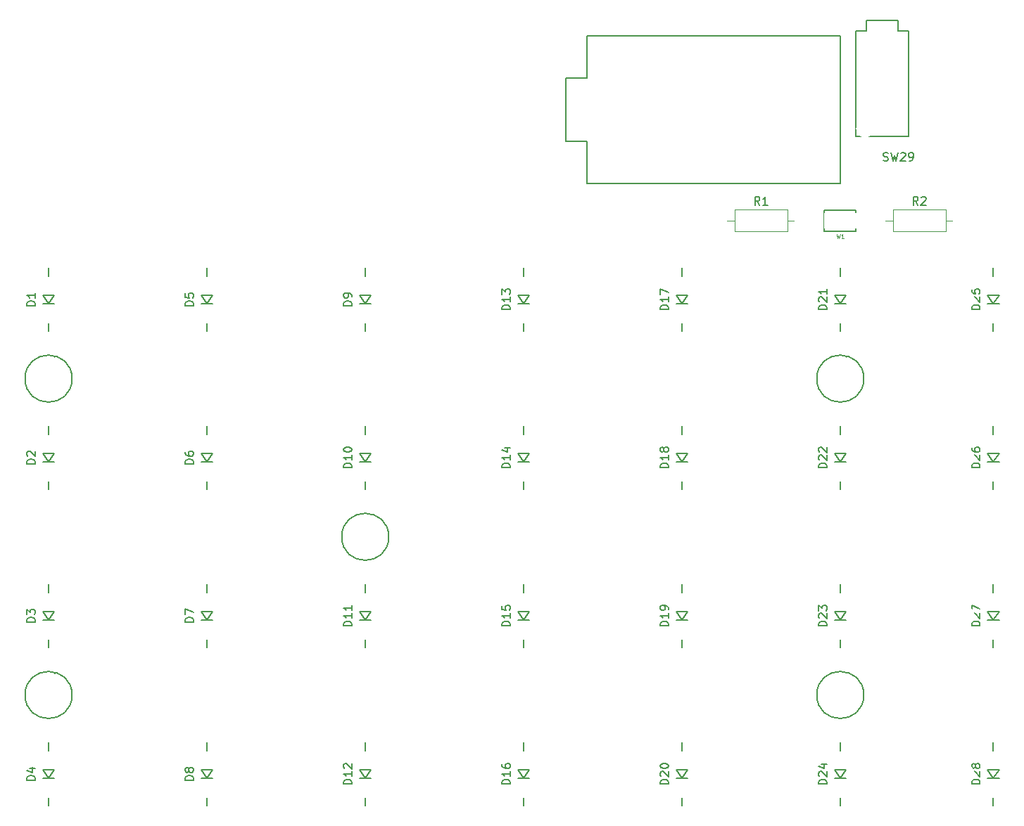
<source format=gto>
G04 #@! TF.FileFunction,Legend,Top*
%FSLAX46Y46*%
G04 Gerber Fmt 4.6, Leading zero omitted, Abs format (unit mm)*
G04 Created by KiCad (PCBNEW 4.0.7-e2-6376~58~ubuntu16.04.1) date Mon Jan 15 04:04:14 2018*
%MOMM*%
%LPD*%
G01*
G04 APERTURE LIST*
%ADD10C,0.100000*%
%ADD11C,0.120000*%
%ADD12C,0.150000*%
%ADD13C,2.000000*%
%ADD14O,2.000000X2.000000*%
%ADD15C,2.300000*%
%ADD16C,1.600000*%
%ADD17C,3.000000*%
%ADD18C,2.400000*%
%ADD19C,4.387800*%
%ADD20C,2.101800*%
%ADD21C,1.924000*%
%ADD22C,5.400000*%
%ADD23R,2.000000X2.000000*%
%ADD24R,1.924000X1.924000*%
%ADD25C,1.390600*%
%ADD26C,2.152600*%
%ADD27R,1.600000X2.000000*%
G04 APERTURE END LIST*
D10*
D11*
X176495000Y-62825000D02*
X176495000Y-65445000D01*
X176495000Y-65445000D02*
X182915000Y-65445000D01*
X182915000Y-65445000D02*
X182915000Y-62825000D01*
X182915000Y-62825000D02*
X176495000Y-62825000D01*
X175605000Y-64135000D02*
X176495000Y-64135000D01*
X183805000Y-64135000D02*
X182915000Y-64135000D01*
X195545000Y-62825000D02*
X195545000Y-65445000D01*
X195545000Y-65445000D02*
X201965000Y-65445000D01*
X201965000Y-65445000D02*
X201965000Y-62825000D01*
X201965000Y-62825000D02*
X195545000Y-62825000D01*
X194655000Y-64135000D02*
X195545000Y-64135000D01*
X202855000Y-64135000D02*
X201965000Y-64135000D01*
D12*
X134908427Y-102235000D02*
G75*
G03X134908427Y-102235000I-2828427J0D01*
G01*
X192058427Y-83185000D02*
G75*
G03X192058427Y-83185000I-2828427J0D01*
G01*
X158750000Y-59690000D02*
X189230000Y-59690000D01*
X158750000Y-59690000D02*
X158750000Y-54610000D01*
X158750000Y-54610000D02*
X156210000Y-54610000D01*
X156210000Y-54610000D02*
X156210000Y-46990000D01*
X156210000Y-46990000D02*
X158750000Y-46990000D01*
X158750000Y-46990000D02*
X158750000Y-41910000D01*
X158750000Y-41910000D02*
X189230000Y-41910000D01*
X189230000Y-41910000D02*
X189230000Y-59690000D01*
X192058427Y-121285000D02*
G75*
G03X192058427Y-121285000I-2828427J0D01*
G01*
X96808427Y-83185000D02*
G75*
G03X96808427Y-83185000I-2828427J0D01*
G01*
X96808427Y-121285000D02*
G75*
G03X96808427Y-121285000I-2828427J0D01*
G01*
X187325000Y-62865000D02*
X187325000Y-65405000D01*
X187325000Y-65405000D02*
X191135000Y-65405000D01*
X191135000Y-65405000D02*
X191135000Y-62865000D01*
X191135000Y-62865000D02*
X187325000Y-62865000D01*
X191135000Y-41275000D02*
X191135000Y-53975000D01*
X191135000Y-53975000D02*
X197485000Y-53975000D01*
X197485000Y-53975000D02*
X197485000Y-41275000D01*
X197485000Y-41275000D02*
X196215000Y-41275000D01*
X196215000Y-41275000D02*
X196215000Y-40005000D01*
X196215000Y-40005000D02*
X192405000Y-40005000D01*
X192405000Y-40005000D02*
X192405000Y-41275000D01*
X192405000Y-41275000D02*
X191135000Y-41275000D01*
X207645000Y-131330000D02*
X206945000Y-130290000D01*
X206945000Y-130290000D02*
X208345000Y-130290000D01*
X208345000Y-130290000D02*
X207645000Y-131330000D01*
X208345000Y-131330000D02*
X206945000Y-131330000D01*
X207645000Y-127970000D02*
X207645000Y-127000000D01*
X207645000Y-134620000D02*
X207645000Y-133650000D01*
X207645000Y-112280000D02*
X206945000Y-111240000D01*
X206945000Y-111240000D02*
X208345000Y-111240000D01*
X208345000Y-111240000D02*
X207645000Y-112280000D01*
X208345000Y-112280000D02*
X206945000Y-112280000D01*
X207645000Y-108920000D02*
X207645000Y-107950000D01*
X207645000Y-115570000D02*
X207645000Y-114600000D01*
X207645000Y-93230000D02*
X206945000Y-92190000D01*
X206945000Y-92190000D02*
X208345000Y-92190000D01*
X208345000Y-92190000D02*
X207645000Y-93230000D01*
X208345000Y-93230000D02*
X206945000Y-93230000D01*
X207645000Y-89870000D02*
X207645000Y-88900000D01*
X207645000Y-96520000D02*
X207645000Y-95550000D01*
X207645000Y-74180000D02*
X206945000Y-73140000D01*
X206945000Y-73140000D02*
X208345000Y-73140000D01*
X208345000Y-73140000D02*
X207645000Y-74180000D01*
X208345000Y-74180000D02*
X206945000Y-74180000D01*
X207645000Y-70820000D02*
X207645000Y-69850000D01*
X207645000Y-77470000D02*
X207645000Y-76500000D01*
X189230000Y-131330000D02*
X188530000Y-130290000D01*
X188530000Y-130290000D02*
X189930000Y-130290000D01*
X189930000Y-130290000D02*
X189230000Y-131330000D01*
X189930000Y-131330000D02*
X188530000Y-131330000D01*
X189230000Y-127970000D02*
X189230000Y-127000000D01*
X189230000Y-134620000D02*
X189230000Y-133650000D01*
X189230000Y-112280000D02*
X188530000Y-111240000D01*
X188530000Y-111240000D02*
X189930000Y-111240000D01*
X189930000Y-111240000D02*
X189230000Y-112280000D01*
X189930000Y-112280000D02*
X188530000Y-112280000D01*
X189230000Y-108920000D02*
X189230000Y-107950000D01*
X189230000Y-115570000D02*
X189230000Y-114600000D01*
X189230000Y-93230000D02*
X188530000Y-92190000D01*
X188530000Y-92190000D02*
X189930000Y-92190000D01*
X189930000Y-92190000D02*
X189230000Y-93230000D01*
X189930000Y-93230000D02*
X188530000Y-93230000D01*
X189230000Y-89870000D02*
X189230000Y-88900000D01*
X189230000Y-96520000D02*
X189230000Y-95550000D01*
X189230000Y-74180000D02*
X188530000Y-73140000D01*
X188530000Y-73140000D02*
X189930000Y-73140000D01*
X189930000Y-73140000D02*
X189230000Y-74180000D01*
X189930000Y-74180000D02*
X188530000Y-74180000D01*
X189230000Y-70820000D02*
X189230000Y-69850000D01*
X189230000Y-77470000D02*
X189230000Y-76500000D01*
X170180000Y-131330000D02*
X169480000Y-130290000D01*
X169480000Y-130290000D02*
X170880000Y-130290000D01*
X170880000Y-130290000D02*
X170180000Y-131330000D01*
X170880000Y-131330000D02*
X169480000Y-131330000D01*
X170180000Y-127970000D02*
X170180000Y-127000000D01*
X170180000Y-134620000D02*
X170180000Y-133650000D01*
X170180000Y-112280000D02*
X169480000Y-111240000D01*
X169480000Y-111240000D02*
X170880000Y-111240000D01*
X170880000Y-111240000D02*
X170180000Y-112280000D01*
X170880000Y-112280000D02*
X169480000Y-112280000D01*
X170180000Y-108920000D02*
X170180000Y-107950000D01*
X170180000Y-115570000D02*
X170180000Y-114600000D01*
X170180000Y-93230000D02*
X169480000Y-92190000D01*
X169480000Y-92190000D02*
X170880000Y-92190000D01*
X170880000Y-92190000D02*
X170180000Y-93230000D01*
X170880000Y-93230000D02*
X169480000Y-93230000D01*
X170180000Y-89870000D02*
X170180000Y-88900000D01*
X170180000Y-96520000D02*
X170180000Y-95550000D01*
X170180000Y-74180000D02*
X169480000Y-73140000D01*
X169480000Y-73140000D02*
X170880000Y-73140000D01*
X170880000Y-73140000D02*
X170180000Y-74180000D01*
X170880000Y-74180000D02*
X169480000Y-74180000D01*
X170180000Y-70820000D02*
X170180000Y-69850000D01*
X170180000Y-77470000D02*
X170180000Y-76500000D01*
X151130000Y-131330000D02*
X150430000Y-130290000D01*
X150430000Y-130290000D02*
X151830000Y-130290000D01*
X151830000Y-130290000D02*
X151130000Y-131330000D01*
X151830000Y-131330000D02*
X150430000Y-131330000D01*
X151130000Y-127970000D02*
X151130000Y-127000000D01*
X151130000Y-134620000D02*
X151130000Y-133650000D01*
X151130000Y-112280000D02*
X150430000Y-111240000D01*
X150430000Y-111240000D02*
X151830000Y-111240000D01*
X151830000Y-111240000D02*
X151130000Y-112280000D01*
X151830000Y-112280000D02*
X150430000Y-112280000D01*
X151130000Y-108920000D02*
X151130000Y-107950000D01*
X151130000Y-115570000D02*
X151130000Y-114600000D01*
X151130000Y-93230000D02*
X150430000Y-92190000D01*
X150430000Y-92190000D02*
X151830000Y-92190000D01*
X151830000Y-92190000D02*
X151130000Y-93230000D01*
X151830000Y-93230000D02*
X150430000Y-93230000D01*
X151130000Y-89870000D02*
X151130000Y-88900000D01*
X151130000Y-96520000D02*
X151130000Y-95550000D01*
X151130000Y-74180000D02*
X150430000Y-73140000D01*
X150430000Y-73140000D02*
X151830000Y-73140000D01*
X151830000Y-73140000D02*
X151130000Y-74180000D01*
X151830000Y-74180000D02*
X150430000Y-74180000D01*
X151130000Y-70820000D02*
X151130000Y-69850000D01*
X151130000Y-77470000D02*
X151130000Y-76500000D01*
X132080000Y-131330000D02*
X131380000Y-130290000D01*
X131380000Y-130290000D02*
X132780000Y-130290000D01*
X132780000Y-130290000D02*
X132080000Y-131330000D01*
X132780000Y-131330000D02*
X131380000Y-131330000D01*
X132080000Y-127970000D02*
X132080000Y-127000000D01*
X132080000Y-134620000D02*
X132080000Y-133650000D01*
X132080000Y-112280000D02*
X131380000Y-111240000D01*
X131380000Y-111240000D02*
X132780000Y-111240000D01*
X132780000Y-111240000D02*
X132080000Y-112280000D01*
X132780000Y-112280000D02*
X131380000Y-112280000D01*
X132080000Y-108920000D02*
X132080000Y-107950000D01*
X132080000Y-115570000D02*
X132080000Y-114600000D01*
X132080000Y-93230000D02*
X131380000Y-92190000D01*
X131380000Y-92190000D02*
X132780000Y-92190000D01*
X132780000Y-92190000D02*
X132080000Y-93230000D01*
X132780000Y-93230000D02*
X131380000Y-93230000D01*
X132080000Y-89870000D02*
X132080000Y-88900000D01*
X132080000Y-96520000D02*
X132080000Y-95550000D01*
X132080000Y-74180000D02*
X131380000Y-73140000D01*
X131380000Y-73140000D02*
X132780000Y-73140000D01*
X132780000Y-73140000D02*
X132080000Y-74180000D01*
X132780000Y-74180000D02*
X131380000Y-74180000D01*
X132080000Y-70820000D02*
X132080000Y-69850000D01*
X132080000Y-77470000D02*
X132080000Y-76500000D01*
X113030000Y-131330000D02*
X112330000Y-130290000D01*
X112330000Y-130290000D02*
X113730000Y-130290000D01*
X113730000Y-130290000D02*
X113030000Y-131330000D01*
X113730000Y-131330000D02*
X112330000Y-131330000D01*
X113030000Y-127970000D02*
X113030000Y-127000000D01*
X113030000Y-134620000D02*
X113030000Y-133650000D01*
X113030000Y-112280000D02*
X112330000Y-111240000D01*
X112330000Y-111240000D02*
X113730000Y-111240000D01*
X113730000Y-111240000D02*
X113030000Y-112280000D01*
X113730000Y-112280000D02*
X112330000Y-112280000D01*
X113030000Y-108920000D02*
X113030000Y-107950000D01*
X113030000Y-115570000D02*
X113030000Y-114600000D01*
X113030000Y-93230000D02*
X112330000Y-92190000D01*
X112330000Y-92190000D02*
X113730000Y-92190000D01*
X113730000Y-92190000D02*
X113030000Y-93230000D01*
X113730000Y-93230000D02*
X112330000Y-93230000D01*
X113030000Y-89870000D02*
X113030000Y-88900000D01*
X113030000Y-96520000D02*
X113030000Y-95550000D01*
X113030000Y-74180000D02*
X112330000Y-73140000D01*
X112330000Y-73140000D02*
X113730000Y-73140000D01*
X113730000Y-73140000D02*
X113030000Y-74180000D01*
X113730000Y-74180000D02*
X112330000Y-74180000D01*
X113030000Y-70820000D02*
X113030000Y-69850000D01*
X113030000Y-77470000D02*
X113030000Y-76500000D01*
X93980000Y-131330000D02*
X93280000Y-130290000D01*
X93280000Y-130290000D02*
X94680000Y-130290000D01*
X94680000Y-130290000D02*
X93980000Y-131330000D01*
X94680000Y-131330000D02*
X93280000Y-131330000D01*
X93980000Y-127970000D02*
X93980000Y-127000000D01*
X93980000Y-134620000D02*
X93980000Y-133650000D01*
X93980000Y-112280000D02*
X93280000Y-111240000D01*
X93280000Y-111240000D02*
X94680000Y-111240000D01*
X94680000Y-111240000D02*
X93980000Y-112280000D01*
X94680000Y-112280000D02*
X93280000Y-112280000D01*
X93980000Y-108920000D02*
X93980000Y-107950000D01*
X93980000Y-115570000D02*
X93980000Y-114600000D01*
X93980000Y-93230000D02*
X93280000Y-92190000D01*
X93280000Y-92190000D02*
X94680000Y-92190000D01*
X94680000Y-92190000D02*
X93980000Y-93230000D01*
X94680000Y-93230000D02*
X93280000Y-93230000D01*
X93980000Y-89870000D02*
X93980000Y-88900000D01*
X93980000Y-96520000D02*
X93980000Y-95550000D01*
X93980000Y-74180000D02*
X93280000Y-73140000D01*
X93280000Y-73140000D02*
X94680000Y-73140000D01*
X94680000Y-73140000D02*
X93980000Y-74180000D01*
X94680000Y-74180000D02*
X93280000Y-74180000D01*
X93980000Y-70820000D02*
X93980000Y-69850000D01*
X93980000Y-77470000D02*
X93980000Y-76500000D01*
X179538334Y-62277381D02*
X179205000Y-61801190D01*
X178966905Y-62277381D02*
X178966905Y-61277381D01*
X179347858Y-61277381D01*
X179443096Y-61325000D01*
X179490715Y-61372619D01*
X179538334Y-61467857D01*
X179538334Y-61610714D01*
X179490715Y-61705952D01*
X179443096Y-61753571D01*
X179347858Y-61801190D01*
X178966905Y-61801190D01*
X180490715Y-62277381D02*
X179919286Y-62277381D01*
X180205000Y-62277381D02*
X180205000Y-61277381D01*
X180109762Y-61420238D01*
X180014524Y-61515476D01*
X179919286Y-61563095D01*
X198588334Y-62277381D02*
X198255000Y-61801190D01*
X198016905Y-62277381D02*
X198016905Y-61277381D01*
X198397858Y-61277381D01*
X198493096Y-61325000D01*
X198540715Y-61372619D01*
X198588334Y-61467857D01*
X198588334Y-61610714D01*
X198540715Y-61705952D01*
X198493096Y-61753571D01*
X198397858Y-61801190D01*
X198016905Y-61801190D01*
X198969286Y-61372619D02*
X199016905Y-61325000D01*
X199112143Y-61277381D01*
X199350239Y-61277381D01*
X199445477Y-61325000D01*
X199493096Y-61372619D01*
X199540715Y-61467857D01*
X199540715Y-61563095D01*
X199493096Y-61705952D01*
X198921667Y-62277381D01*
X199540715Y-62277381D01*
X194405476Y-56919762D02*
X194548333Y-56967381D01*
X194786429Y-56967381D01*
X194881667Y-56919762D01*
X194929286Y-56872143D01*
X194976905Y-56776905D01*
X194976905Y-56681667D01*
X194929286Y-56586429D01*
X194881667Y-56538810D01*
X194786429Y-56491190D01*
X194595952Y-56443571D01*
X194500714Y-56395952D01*
X194453095Y-56348333D01*
X194405476Y-56253095D01*
X194405476Y-56157857D01*
X194453095Y-56062619D01*
X194500714Y-56015000D01*
X194595952Y-55967381D01*
X194834048Y-55967381D01*
X194976905Y-56015000D01*
X195310238Y-55967381D02*
X195548333Y-56967381D01*
X195738810Y-56253095D01*
X195929286Y-56967381D01*
X196167381Y-55967381D01*
X196500714Y-56062619D02*
X196548333Y-56015000D01*
X196643571Y-55967381D01*
X196881667Y-55967381D01*
X196976905Y-56015000D01*
X197024524Y-56062619D01*
X197072143Y-56157857D01*
X197072143Y-56253095D01*
X197024524Y-56395952D01*
X196453095Y-56967381D01*
X197072143Y-56967381D01*
X197548333Y-56967381D02*
X197738809Y-56967381D01*
X197834048Y-56919762D01*
X197881667Y-56872143D01*
X197976905Y-56729286D01*
X198024524Y-56538810D01*
X198024524Y-56157857D01*
X197976905Y-56062619D01*
X197929286Y-56015000D01*
X197834048Y-55967381D01*
X197643571Y-55967381D01*
X197548333Y-56015000D01*
X197500714Y-56062619D01*
X197453095Y-56157857D01*
X197453095Y-56395952D01*
X197500714Y-56491190D01*
X197548333Y-56538810D01*
X197643571Y-56586429D01*
X197834048Y-56586429D01*
X197929286Y-56538810D01*
X197976905Y-56491190D01*
X198024524Y-56395952D01*
X131318095Y-99687381D02*
X131318095Y-100496905D01*
X131365714Y-100592143D01*
X131413333Y-100639762D01*
X131508571Y-100687381D01*
X131699048Y-100687381D01*
X131794286Y-100639762D01*
X131841905Y-100592143D01*
X131889524Y-100496905D01*
X131889524Y-99687381D01*
X132889524Y-100687381D02*
X132318095Y-100687381D01*
X132603809Y-100687381D02*
X132603809Y-99687381D01*
X132508571Y-99830238D01*
X132413333Y-99925476D01*
X132318095Y-99973095D01*
X188468095Y-80637381D02*
X188468095Y-81446905D01*
X188515714Y-81542143D01*
X188563333Y-81589762D01*
X188658571Y-81637381D01*
X188849048Y-81637381D01*
X188944286Y-81589762D01*
X188991905Y-81542143D01*
X189039524Y-81446905D01*
X189039524Y-80637381D01*
X189468095Y-80732619D02*
X189515714Y-80685000D01*
X189610952Y-80637381D01*
X189849048Y-80637381D01*
X189944286Y-80685000D01*
X189991905Y-80732619D01*
X190039524Y-80827857D01*
X190039524Y-80923095D01*
X189991905Y-81065952D01*
X189420476Y-81637381D01*
X190039524Y-81637381D01*
X188468095Y-118737381D02*
X188468095Y-119546905D01*
X188515714Y-119642143D01*
X188563333Y-119689762D01*
X188658571Y-119737381D01*
X188849048Y-119737381D01*
X188944286Y-119689762D01*
X188991905Y-119642143D01*
X189039524Y-119546905D01*
X189039524Y-118737381D01*
X189944286Y-119070714D02*
X189944286Y-119737381D01*
X189706190Y-118689762D02*
X189468095Y-119404048D01*
X190087143Y-119404048D01*
X93218095Y-80637381D02*
X93218095Y-81446905D01*
X93265714Y-81542143D01*
X93313333Y-81589762D01*
X93408571Y-81637381D01*
X93599048Y-81637381D01*
X93694286Y-81589762D01*
X93741905Y-81542143D01*
X93789524Y-81446905D01*
X93789524Y-80637381D01*
X94741905Y-80637381D02*
X94265714Y-80637381D01*
X94218095Y-81113571D01*
X94265714Y-81065952D01*
X94360952Y-81018333D01*
X94599048Y-81018333D01*
X94694286Y-81065952D01*
X94741905Y-81113571D01*
X94789524Y-81208810D01*
X94789524Y-81446905D01*
X94741905Y-81542143D01*
X94694286Y-81589762D01*
X94599048Y-81637381D01*
X94360952Y-81637381D01*
X94265714Y-81589762D01*
X94218095Y-81542143D01*
X93218095Y-118737381D02*
X93218095Y-119546905D01*
X93265714Y-119642143D01*
X93313333Y-119689762D01*
X93408571Y-119737381D01*
X93599048Y-119737381D01*
X93694286Y-119689762D01*
X93741905Y-119642143D01*
X93789524Y-119546905D01*
X93789524Y-118737381D01*
X94170476Y-118737381D02*
X94837143Y-118737381D01*
X94408571Y-119737381D01*
D10*
X188777620Y-65766190D02*
X188896667Y-66266190D01*
X188991905Y-65909048D01*
X189087143Y-66266190D01*
X189206191Y-65766190D01*
X189658572Y-66266190D02*
X189372858Y-66266190D01*
X189515715Y-66266190D02*
X189515715Y-65766190D01*
X189468096Y-65837619D01*
X189420477Y-65885238D01*
X189372858Y-65909048D01*
D12*
X206037381Y-132024286D02*
X205037381Y-132024286D01*
X205037381Y-131786191D01*
X205085000Y-131643333D01*
X205180238Y-131548095D01*
X205275476Y-131500476D01*
X205465952Y-131452857D01*
X205608810Y-131452857D01*
X205799286Y-131500476D01*
X205894524Y-131548095D01*
X205989762Y-131643333D01*
X206037381Y-131786191D01*
X206037381Y-132024286D01*
X205132619Y-131071905D02*
X205085000Y-131024286D01*
X205037381Y-130929048D01*
X205037381Y-130690952D01*
X205085000Y-130595714D01*
X205132619Y-130548095D01*
X205227857Y-130500476D01*
X205323095Y-130500476D01*
X205465952Y-130548095D01*
X206037381Y-131119524D01*
X206037381Y-130500476D01*
X205465952Y-129929048D02*
X205418333Y-130024286D01*
X205370714Y-130071905D01*
X205275476Y-130119524D01*
X205227857Y-130119524D01*
X205132619Y-130071905D01*
X205085000Y-130024286D01*
X205037381Y-129929048D01*
X205037381Y-129738571D01*
X205085000Y-129643333D01*
X205132619Y-129595714D01*
X205227857Y-129548095D01*
X205275476Y-129548095D01*
X205370714Y-129595714D01*
X205418333Y-129643333D01*
X205465952Y-129738571D01*
X205465952Y-129929048D01*
X205513571Y-130024286D01*
X205561190Y-130071905D01*
X205656429Y-130119524D01*
X205846905Y-130119524D01*
X205942143Y-130071905D01*
X205989762Y-130024286D01*
X206037381Y-129929048D01*
X206037381Y-129738571D01*
X205989762Y-129643333D01*
X205942143Y-129595714D01*
X205846905Y-129548095D01*
X205656429Y-129548095D01*
X205561190Y-129595714D01*
X205513571Y-129643333D01*
X205465952Y-129738571D01*
X206037381Y-112974286D02*
X205037381Y-112974286D01*
X205037381Y-112736191D01*
X205085000Y-112593333D01*
X205180238Y-112498095D01*
X205275476Y-112450476D01*
X205465952Y-112402857D01*
X205608810Y-112402857D01*
X205799286Y-112450476D01*
X205894524Y-112498095D01*
X205989762Y-112593333D01*
X206037381Y-112736191D01*
X206037381Y-112974286D01*
X205132619Y-112021905D02*
X205085000Y-111974286D01*
X205037381Y-111879048D01*
X205037381Y-111640952D01*
X205085000Y-111545714D01*
X205132619Y-111498095D01*
X205227857Y-111450476D01*
X205323095Y-111450476D01*
X205465952Y-111498095D01*
X206037381Y-112069524D01*
X206037381Y-111450476D01*
X205037381Y-111117143D02*
X205037381Y-110450476D01*
X206037381Y-110879048D01*
X206037381Y-93924286D02*
X205037381Y-93924286D01*
X205037381Y-93686191D01*
X205085000Y-93543333D01*
X205180238Y-93448095D01*
X205275476Y-93400476D01*
X205465952Y-93352857D01*
X205608810Y-93352857D01*
X205799286Y-93400476D01*
X205894524Y-93448095D01*
X205989762Y-93543333D01*
X206037381Y-93686191D01*
X206037381Y-93924286D01*
X205132619Y-92971905D02*
X205085000Y-92924286D01*
X205037381Y-92829048D01*
X205037381Y-92590952D01*
X205085000Y-92495714D01*
X205132619Y-92448095D01*
X205227857Y-92400476D01*
X205323095Y-92400476D01*
X205465952Y-92448095D01*
X206037381Y-93019524D01*
X206037381Y-92400476D01*
X205037381Y-91543333D02*
X205037381Y-91733810D01*
X205085000Y-91829048D01*
X205132619Y-91876667D01*
X205275476Y-91971905D01*
X205465952Y-92019524D01*
X205846905Y-92019524D01*
X205942143Y-91971905D01*
X205989762Y-91924286D01*
X206037381Y-91829048D01*
X206037381Y-91638571D01*
X205989762Y-91543333D01*
X205942143Y-91495714D01*
X205846905Y-91448095D01*
X205608810Y-91448095D01*
X205513571Y-91495714D01*
X205465952Y-91543333D01*
X205418333Y-91638571D01*
X205418333Y-91829048D01*
X205465952Y-91924286D01*
X205513571Y-91971905D01*
X205608810Y-92019524D01*
X206037381Y-74874286D02*
X205037381Y-74874286D01*
X205037381Y-74636191D01*
X205085000Y-74493333D01*
X205180238Y-74398095D01*
X205275476Y-74350476D01*
X205465952Y-74302857D01*
X205608810Y-74302857D01*
X205799286Y-74350476D01*
X205894524Y-74398095D01*
X205989762Y-74493333D01*
X206037381Y-74636191D01*
X206037381Y-74874286D01*
X205132619Y-73921905D02*
X205085000Y-73874286D01*
X205037381Y-73779048D01*
X205037381Y-73540952D01*
X205085000Y-73445714D01*
X205132619Y-73398095D01*
X205227857Y-73350476D01*
X205323095Y-73350476D01*
X205465952Y-73398095D01*
X206037381Y-73969524D01*
X206037381Y-73350476D01*
X205037381Y-72445714D02*
X205037381Y-72921905D01*
X205513571Y-72969524D01*
X205465952Y-72921905D01*
X205418333Y-72826667D01*
X205418333Y-72588571D01*
X205465952Y-72493333D01*
X205513571Y-72445714D01*
X205608810Y-72398095D01*
X205846905Y-72398095D01*
X205942143Y-72445714D01*
X205989762Y-72493333D01*
X206037381Y-72588571D01*
X206037381Y-72826667D01*
X205989762Y-72921905D01*
X205942143Y-72969524D01*
X187622381Y-132024286D02*
X186622381Y-132024286D01*
X186622381Y-131786191D01*
X186670000Y-131643333D01*
X186765238Y-131548095D01*
X186860476Y-131500476D01*
X187050952Y-131452857D01*
X187193810Y-131452857D01*
X187384286Y-131500476D01*
X187479524Y-131548095D01*
X187574762Y-131643333D01*
X187622381Y-131786191D01*
X187622381Y-132024286D01*
X186717619Y-131071905D02*
X186670000Y-131024286D01*
X186622381Y-130929048D01*
X186622381Y-130690952D01*
X186670000Y-130595714D01*
X186717619Y-130548095D01*
X186812857Y-130500476D01*
X186908095Y-130500476D01*
X187050952Y-130548095D01*
X187622381Y-131119524D01*
X187622381Y-130500476D01*
X186955714Y-129643333D02*
X187622381Y-129643333D01*
X186574762Y-129881429D02*
X187289048Y-130119524D01*
X187289048Y-129500476D01*
X187622381Y-112974286D02*
X186622381Y-112974286D01*
X186622381Y-112736191D01*
X186670000Y-112593333D01*
X186765238Y-112498095D01*
X186860476Y-112450476D01*
X187050952Y-112402857D01*
X187193810Y-112402857D01*
X187384286Y-112450476D01*
X187479524Y-112498095D01*
X187574762Y-112593333D01*
X187622381Y-112736191D01*
X187622381Y-112974286D01*
X186717619Y-112021905D02*
X186670000Y-111974286D01*
X186622381Y-111879048D01*
X186622381Y-111640952D01*
X186670000Y-111545714D01*
X186717619Y-111498095D01*
X186812857Y-111450476D01*
X186908095Y-111450476D01*
X187050952Y-111498095D01*
X187622381Y-112069524D01*
X187622381Y-111450476D01*
X186622381Y-111117143D02*
X186622381Y-110498095D01*
X187003333Y-110831429D01*
X187003333Y-110688571D01*
X187050952Y-110593333D01*
X187098571Y-110545714D01*
X187193810Y-110498095D01*
X187431905Y-110498095D01*
X187527143Y-110545714D01*
X187574762Y-110593333D01*
X187622381Y-110688571D01*
X187622381Y-110974286D01*
X187574762Y-111069524D01*
X187527143Y-111117143D01*
X187622381Y-93924286D02*
X186622381Y-93924286D01*
X186622381Y-93686191D01*
X186670000Y-93543333D01*
X186765238Y-93448095D01*
X186860476Y-93400476D01*
X187050952Y-93352857D01*
X187193810Y-93352857D01*
X187384286Y-93400476D01*
X187479524Y-93448095D01*
X187574762Y-93543333D01*
X187622381Y-93686191D01*
X187622381Y-93924286D01*
X186717619Y-92971905D02*
X186670000Y-92924286D01*
X186622381Y-92829048D01*
X186622381Y-92590952D01*
X186670000Y-92495714D01*
X186717619Y-92448095D01*
X186812857Y-92400476D01*
X186908095Y-92400476D01*
X187050952Y-92448095D01*
X187622381Y-93019524D01*
X187622381Y-92400476D01*
X186717619Y-92019524D02*
X186670000Y-91971905D01*
X186622381Y-91876667D01*
X186622381Y-91638571D01*
X186670000Y-91543333D01*
X186717619Y-91495714D01*
X186812857Y-91448095D01*
X186908095Y-91448095D01*
X187050952Y-91495714D01*
X187622381Y-92067143D01*
X187622381Y-91448095D01*
X187622381Y-74874286D02*
X186622381Y-74874286D01*
X186622381Y-74636191D01*
X186670000Y-74493333D01*
X186765238Y-74398095D01*
X186860476Y-74350476D01*
X187050952Y-74302857D01*
X187193810Y-74302857D01*
X187384286Y-74350476D01*
X187479524Y-74398095D01*
X187574762Y-74493333D01*
X187622381Y-74636191D01*
X187622381Y-74874286D01*
X186717619Y-73921905D02*
X186670000Y-73874286D01*
X186622381Y-73779048D01*
X186622381Y-73540952D01*
X186670000Y-73445714D01*
X186717619Y-73398095D01*
X186812857Y-73350476D01*
X186908095Y-73350476D01*
X187050952Y-73398095D01*
X187622381Y-73969524D01*
X187622381Y-73350476D01*
X187622381Y-72398095D02*
X187622381Y-72969524D01*
X187622381Y-72683810D02*
X186622381Y-72683810D01*
X186765238Y-72779048D01*
X186860476Y-72874286D01*
X186908095Y-72969524D01*
X168572381Y-132024286D02*
X167572381Y-132024286D01*
X167572381Y-131786191D01*
X167620000Y-131643333D01*
X167715238Y-131548095D01*
X167810476Y-131500476D01*
X168000952Y-131452857D01*
X168143810Y-131452857D01*
X168334286Y-131500476D01*
X168429524Y-131548095D01*
X168524762Y-131643333D01*
X168572381Y-131786191D01*
X168572381Y-132024286D01*
X167667619Y-131071905D02*
X167620000Y-131024286D01*
X167572381Y-130929048D01*
X167572381Y-130690952D01*
X167620000Y-130595714D01*
X167667619Y-130548095D01*
X167762857Y-130500476D01*
X167858095Y-130500476D01*
X168000952Y-130548095D01*
X168572381Y-131119524D01*
X168572381Y-130500476D01*
X167572381Y-129881429D02*
X167572381Y-129786190D01*
X167620000Y-129690952D01*
X167667619Y-129643333D01*
X167762857Y-129595714D01*
X167953333Y-129548095D01*
X168191429Y-129548095D01*
X168381905Y-129595714D01*
X168477143Y-129643333D01*
X168524762Y-129690952D01*
X168572381Y-129786190D01*
X168572381Y-129881429D01*
X168524762Y-129976667D01*
X168477143Y-130024286D01*
X168381905Y-130071905D01*
X168191429Y-130119524D01*
X167953333Y-130119524D01*
X167762857Y-130071905D01*
X167667619Y-130024286D01*
X167620000Y-129976667D01*
X167572381Y-129881429D01*
X168572381Y-112974286D02*
X167572381Y-112974286D01*
X167572381Y-112736191D01*
X167620000Y-112593333D01*
X167715238Y-112498095D01*
X167810476Y-112450476D01*
X168000952Y-112402857D01*
X168143810Y-112402857D01*
X168334286Y-112450476D01*
X168429524Y-112498095D01*
X168524762Y-112593333D01*
X168572381Y-112736191D01*
X168572381Y-112974286D01*
X168572381Y-111450476D02*
X168572381Y-112021905D01*
X168572381Y-111736191D02*
X167572381Y-111736191D01*
X167715238Y-111831429D01*
X167810476Y-111926667D01*
X167858095Y-112021905D01*
X168572381Y-110974286D02*
X168572381Y-110783810D01*
X168524762Y-110688571D01*
X168477143Y-110640952D01*
X168334286Y-110545714D01*
X168143810Y-110498095D01*
X167762857Y-110498095D01*
X167667619Y-110545714D01*
X167620000Y-110593333D01*
X167572381Y-110688571D01*
X167572381Y-110879048D01*
X167620000Y-110974286D01*
X167667619Y-111021905D01*
X167762857Y-111069524D01*
X168000952Y-111069524D01*
X168096190Y-111021905D01*
X168143810Y-110974286D01*
X168191429Y-110879048D01*
X168191429Y-110688571D01*
X168143810Y-110593333D01*
X168096190Y-110545714D01*
X168000952Y-110498095D01*
X168572381Y-93924286D02*
X167572381Y-93924286D01*
X167572381Y-93686191D01*
X167620000Y-93543333D01*
X167715238Y-93448095D01*
X167810476Y-93400476D01*
X168000952Y-93352857D01*
X168143810Y-93352857D01*
X168334286Y-93400476D01*
X168429524Y-93448095D01*
X168524762Y-93543333D01*
X168572381Y-93686191D01*
X168572381Y-93924286D01*
X168572381Y-92400476D02*
X168572381Y-92971905D01*
X168572381Y-92686191D02*
X167572381Y-92686191D01*
X167715238Y-92781429D01*
X167810476Y-92876667D01*
X167858095Y-92971905D01*
X168000952Y-91829048D02*
X167953333Y-91924286D01*
X167905714Y-91971905D01*
X167810476Y-92019524D01*
X167762857Y-92019524D01*
X167667619Y-91971905D01*
X167620000Y-91924286D01*
X167572381Y-91829048D01*
X167572381Y-91638571D01*
X167620000Y-91543333D01*
X167667619Y-91495714D01*
X167762857Y-91448095D01*
X167810476Y-91448095D01*
X167905714Y-91495714D01*
X167953333Y-91543333D01*
X168000952Y-91638571D01*
X168000952Y-91829048D01*
X168048571Y-91924286D01*
X168096190Y-91971905D01*
X168191429Y-92019524D01*
X168381905Y-92019524D01*
X168477143Y-91971905D01*
X168524762Y-91924286D01*
X168572381Y-91829048D01*
X168572381Y-91638571D01*
X168524762Y-91543333D01*
X168477143Y-91495714D01*
X168381905Y-91448095D01*
X168191429Y-91448095D01*
X168096190Y-91495714D01*
X168048571Y-91543333D01*
X168000952Y-91638571D01*
X168572381Y-74874286D02*
X167572381Y-74874286D01*
X167572381Y-74636191D01*
X167620000Y-74493333D01*
X167715238Y-74398095D01*
X167810476Y-74350476D01*
X168000952Y-74302857D01*
X168143810Y-74302857D01*
X168334286Y-74350476D01*
X168429524Y-74398095D01*
X168524762Y-74493333D01*
X168572381Y-74636191D01*
X168572381Y-74874286D01*
X168572381Y-73350476D02*
X168572381Y-73921905D01*
X168572381Y-73636191D02*
X167572381Y-73636191D01*
X167715238Y-73731429D01*
X167810476Y-73826667D01*
X167858095Y-73921905D01*
X167572381Y-73017143D02*
X167572381Y-72350476D01*
X168572381Y-72779048D01*
X149522381Y-132024286D02*
X148522381Y-132024286D01*
X148522381Y-131786191D01*
X148570000Y-131643333D01*
X148665238Y-131548095D01*
X148760476Y-131500476D01*
X148950952Y-131452857D01*
X149093810Y-131452857D01*
X149284286Y-131500476D01*
X149379524Y-131548095D01*
X149474762Y-131643333D01*
X149522381Y-131786191D01*
X149522381Y-132024286D01*
X149522381Y-130500476D02*
X149522381Y-131071905D01*
X149522381Y-130786191D02*
X148522381Y-130786191D01*
X148665238Y-130881429D01*
X148760476Y-130976667D01*
X148808095Y-131071905D01*
X148522381Y-129643333D02*
X148522381Y-129833810D01*
X148570000Y-129929048D01*
X148617619Y-129976667D01*
X148760476Y-130071905D01*
X148950952Y-130119524D01*
X149331905Y-130119524D01*
X149427143Y-130071905D01*
X149474762Y-130024286D01*
X149522381Y-129929048D01*
X149522381Y-129738571D01*
X149474762Y-129643333D01*
X149427143Y-129595714D01*
X149331905Y-129548095D01*
X149093810Y-129548095D01*
X148998571Y-129595714D01*
X148950952Y-129643333D01*
X148903333Y-129738571D01*
X148903333Y-129929048D01*
X148950952Y-130024286D01*
X148998571Y-130071905D01*
X149093810Y-130119524D01*
X149522381Y-112974286D02*
X148522381Y-112974286D01*
X148522381Y-112736191D01*
X148570000Y-112593333D01*
X148665238Y-112498095D01*
X148760476Y-112450476D01*
X148950952Y-112402857D01*
X149093810Y-112402857D01*
X149284286Y-112450476D01*
X149379524Y-112498095D01*
X149474762Y-112593333D01*
X149522381Y-112736191D01*
X149522381Y-112974286D01*
X149522381Y-111450476D02*
X149522381Y-112021905D01*
X149522381Y-111736191D02*
X148522381Y-111736191D01*
X148665238Y-111831429D01*
X148760476Y-111926667D01*
X148808095Y-112021905D01*
X148522381Y-110545714D02*
X148522381Y-111021905D01*
X148998571Y-111069524D01*
X148950952Y-111021905D01*
X148903333Y-110926667D01*
X148903333Y-110688571D01*
X148950952Y-110593333D01*
X148998571Y-110545714D01*
X149093810Y-110498095D01*
X149331905Y-110498095D01*
X149427143Y-110545714D01*
X149474762Y-110593333D01*
X149522381Y-110688571D01*
X149522381Y-110926667D01*
X149474762Y-111021905D01*
X149427143Y-111069524D01*
X149522381Y-93924286D02*
X148522381Y-93924286D01*
X148522381Y-93686191D01*
X148570000Y-93543333D01*
X148665238Y-93448095D01*
X148760476Y-93400476D01*
X148950952Y-93352857D01*
X149093810Y-93352857D01*
X149284286Y-93400476D01*
X149379524Y-93448095D01*
X149474762Y-93543333D01*
X149522381Y-93686191D01*
X149522381Y-93924286D01*
X149522381Y-92400476D02*
X149522381Y-92971905D01*
X149522381Y-92686191D02*
X148522381Y-92686191D01*
X148665238Y-92781429D01*
X148760476Y-92876667D01*
X148808095Y-92971905D01*
X148855714Y-91543333D02*
X149522381Y-91543333D01*
X148474762Y-91781429D02*
X149189048Y-92019524D01*
X149189048Y-91400476D01*
X149522381Y-74874286D02*
X148522381Y-74874286D01*
X148522381Y-74636191D01*
X148570000Y-74493333D01*
X148665238Y-74398095D01*
X148760476Y-74350476D01*
X148950952Y-74302857D01*
X149093810Y-74302857D01*
X149284286Y-74350476D01*
X149379524Y-74398095D01*
X149474762Y-74493333D01*
X149522381Y-74636191D01*
X149522381Y-74874286D01*
X149522381Y-73350476D02*
X149522381Y-73921905D01*
X149522381Y-73636191D02*
X148522381Y-73636191D01*
X148665238Y-73731429D01*
X148760476Y-73826667D01*
X148808095Y-73921905D01*
X148522381Y-73017143D02*
X148522381Y-72398095D01*
X148903333Y-72731429D01*
X148903333Y-72588571D01*
X148950952Y-72493333D01*
X148998571Y-72445714D01*
X149093810Y-72398095D01*
X149331905Y-72398095D01*
X149427143Y-72445714D01*
X149474762Y-72493333D01*
X149522381Y-72588571D01*
X149522381Y-72874286D01*
X149474762Y-72969524D01*
X149427143Y-73017143D01*
X130472381Y-132024286D02*
X129472381Y-132024286D01*
X129472381Y-131786191D01*
X129520000Y-131643333D01*
X129615238Y-131548095D01*
X129710476Y-131500476D01*
X129900952Y-131452857D01*
X130043810Y-131452857D01*
X130234286Y-131500476D01*
X130329524Y-131548095D01*
X130424762Y-131643333D01*
X130472381Y-131786191D01*
X130472381Y-132024286D01*
X130472381Y-130500476D02*
X130472381Y-131071905D01*
X130472381Y-130786191D02*
X129472381Y-130786191D01*
X129615238Y-130881429D01*
X129710476Y-130976667D01*
X129758095Y-131071905D01*
X129567619Y-130119524D02*
X129520000Y-130071905D01*
X129472381Y-129976667D01*
X129472381Y-129738571D01*
X129520000Y-129643333D01*
X129567619Y-129595714D01*
X129662857Y-129548095D01*
X129758095Y-129548095D01*
X129900952Y-129595714D01*
X130472381Y-130167143D01*
X130472381Y-129548095D01*
X130472381Y-112974286D02*
X129472381Y-112974286D01*
X129472381Y-112736191D01*
X129520000Y-112593333D01*
X129615238Y-112498095D01*
X129710476Y-112450476D01*
X129900952Y-112402857D01*
X130043810Y-112402857D01*
X130234286Y-112450476D01*
X130329524Y-112498095D01*
X130424762Y-112593333D01*
X130472381Y-112736191D01*
X130472381Y-112974286D01*
X130472381Y-111450476D02*
X130472381Y-112021905D01*
X130472381Y-111736191D02*
X129472381Y-111736191D01*
X129615238Y-111831429D01*
X129710476Y-111926667D01*
X129758095Y-112021905D01*
X130472381Y-110498095D02*
X130472381Y-111069524D01*
X130472381Y-110783810D02*
X129472381Y-110783810D01*
X129615238Y-110879048D01*
X129710476Y-110974286D01*
X129758095Y-111069524D01*
X130472381Y-93924286D02*
X129472381Y-93924286D01*
X129472381Y-93686191D01*
X129520000Y-93543333D01*
X129615238Y-93448095D01*
X129710476Y-93400476D01*
X129900952Y-93352857D01*
X130043810Y-93352857D01*
X130234286Y-93400476D01*
X130329524Y-93448095D01*
X130424762Y-93543333D01*
X130472381Y-93686191D01*
X130472381Y-93924286D01*
X130472381Y-92400476D02*
X130472381Y-92971905D01*
X130472381Y-92686191D02*
X129472381Y-92686191D01*
X129615238Y-92781429D01*
X129710476Y-92876667D01*
X129758095Y-92971905D01*
X129472381Y-91781429D02*
X129472381Y-91686190D01*
X129520000Y-91590952D01*
X129567619Y-91543333D01*
X129662857Y-91495714D01*
X129853333Y-91448095D01*
X130091429Y-91448095D01*
X130281905Y-91495714D01*
X130377143Y-91543333D01*
X130424762Y-91590952D01*
X130472381Y-91686190D01*
X130472381Y-91781429D01*
X130424762Y-91876667D01*
X130377143Y-91924286D01*
X130281905Y-91971905D01*
X130091429Y-92019524D01*
X129853333Y-92019524D01*
X129662857Y-91971905D01*
X129567619Y-91924286D01*
X129520000Y-91876667D01*
X129472381Y-91781429D01*
X130472381Y-74398095D02*
X129472381Y-74398095D01*
X129472381Y-74160000D01*
X129520000Y-74017142D01*
X129615238Y-73921904D01*
X129710476Y-73874285D01*
X129900952Y-73826666D01*
X130043810Y-73826666D01*
X130234286Y-73874285D01*
X130329524Y-73921904D01*
X130424762Y-74017142D01*
X130472381Y-74160000D01*
X130472381Y-74398095D01*
X130472381Y-73350476D02*
X130472381Y-73160000D01*
X130424762Y-73064761D01*
X130377143Y-73017142D01*
X130234286Y-72921904D01*
X130043810Y-72874285D01*
X129662857Y-72874285D01*
X129567619Y-72921904D01*
X129520000Y-72969523D01*
X129472381Y-73064761D01*
X129472381Y-73255238D01*
X129520000Y-73350476D01*
X129567619Y-73398095D01*
X129662857Y-73445714D01*
X129900952Y-73445714D01*
X129996190Y-73398095D01*
X130043810Y-73350476D01*
X130091429Y-73255238D01*
X130091429Y-73064761D01*
X130043810Y-72969523D01*
X129996190Y-72921904D01*
X129900952Y-72874285D01*
X111422381Y-131548095D02*
X110422381Y-131548095D01*
X110422381Y-131310000D01*
X110470000Y-131167142D01*
X110565238Y-131071904D01*
X110660476Y-131024285D01*
X110850952Y-130976666D01*
X110993810Y-130976666D01*
X111184286Y-131024285D01*
X111279524Y-131071904D01*
X111374762Y-131167142D01*
X111422381Y-131310000D01*
X111422381Y-131548095D01*
X110850952Y-130405238D02*
X110803333Y-130500476D01*
X110755714Y-130548095D01*
X110660476Y-130595714D01*
X110612857Y-130595714D01*
X110517619Y-130548095D01*
X110470000Y-130500476D01*
X110422381Y-130405238D01*
X110422381Y-130214761D01*
X110470000Y-130119523D01*
X110517619Y-130071904D01*
X110612857Y-130024285D01*
X110660476Y-130024285D01*
X110755714Y-130071904D01*
X110803333Y-130119523D01*
X110850952Y-130214761D01*
X110850952Y-130405238D01*
X110898571Y-130500476D01*
X110946190Y-130548095D01*
X111041429Y-130595714D01*
X111231905Y-130595714D01*
X111327143Y-130548095D01*
X111374762Y-130500476D01*
X111422381Y-130405238D01*
X111422381Y-130214761D01*
X111374762Y-130119523D01*
X111327143Y-130071904D01*
X111231905Y-130024285D01*
X111041429Y-130024285D01*
X110946190Y-130071904D01*
X110898571Y-130119523D01*
X110850952Y-130214761D01*
X111422381Y-112498095D02*
X110422381Y-112498095D01*
X110422381Y-112260000D01*
X110470000Y-112117142D01*
X110565238Y-112021904D01*
X110660476Y-111974285D01*
X110850952Y-111926666D01*
X110993810Y-111926666D01*
X111184286Y-111974285D01*
X111279524Y-112021904D01*
X111374762Y-112117142D01*
X111422381Y-112260000D01*
X111422381Y-112498095D01*
X110422381Y-111593333D02*
X110422381Y-110926666D01*
X111422381Y-111355238D01*
X111422381Y-93448095D02*
X110422381Y-93448095D01*
X110422381Y-93210000D01*
X110470000Y-93067142D01*
X110565238Y-92971904D01*
X110660476Y-92924285D01*
X110850952Y-92876666D01*
X110993810Y-92876666D01*
X111184286Y-92924285D01*
X111279524Y-92971904D01*
X111374762Y-93067142D01*
X111422381Y-93210000D01*
X111422381Y-93448095D01*
X110422381Y-92019523D02*
X110422381Y-92210000D01*
X110470000Y-92305238D01*
X110517619Y-92352857D01*
X110660476Y-92448095D01*
X110850952Y-92495714D01*
X111231905Y-92495714D01*
X111327143Y-92448095D01*
X111374762Y-92400476D01*
X111422381Y-92305238D01*
X111422381Y-92114761D01*
X111374762Y-92019523D01*
X111327143Y-91971904D01*
X111231905Y-91924285D01*
X110993810Y-91924285D01*
X110898571Y-91971904D01*
X110850952Y-92019523D01*
X110803333Y-92114761D01*
X110803333Y-92305238D01*
X110850952Y-92400476D01*
X110898571Y-92448095D01*
X110993810Y-92495714D01*
X111422381Y-74398095D02*
X110422381Y-74398095D01*
X110422381Y-74160000D01*
X110470000Y-74017142D01*
X110565238Y-73921904D01*
X110660476Y-73874285D01*
X110850952Y-73826666D01*
X110993810Y-73826666D01*
X111184286Y-73874285D01*
X111279524Y-73921904D01*
X111374762Y-74017142D01*
X111422381Y-74160000D01*
X111422381Y-74398095D01*
X110422381Y-72921904D02*
X110422381Y-73398095D01*
X110898571Y-73445714D01*
X110850952Y-73398095D01*
X110803333Y-73302857D01*
X110803333Y-73064761D01*
X110850952Y-72969523D01*
X110898571Y-72921904D01*
X110993810Y-72874285D01*
X111231905Y-72874285D01*
X111327143Y-72921904D01*
X111374762Y-72969523D01*
X111422381Y-73064761D01*
X111422381Y-73302857D01*
X111374762Y-73398095D01*
X111327143Y-73445714D01*
X92372381Y-131548095D02*
X91372381Y-131548095D01*
X91372381Y-131310000D01*
X91420000Y-131167142D01*
X91515238Y-131071904D01*
X91610476Y-131024285D01*
X91800952Y-130976666D01*
X91943810Y-130976666D01*
X92134286Y-131024285D01*
X92229524Y-131071904D01*
X92324762Y-131167142D01*
X92372381Y-131310000D01*
X92372381Y-131548095D01*
X91705714Y-130119523D02*
X92372381Y-130119523D01*
X91324762Y-130357619D02*
X92039048Y-130595714D01*
X92039048Y-129976666D01*
X92372381Y-112498095D02*
X91372381Y-112498095D01*
X91372381Y-112260000D01*
X91420000Y-112117142D01*
X91515238Y-112021904D01*
X91610476Y-111974285D01*
X91800952Y-111926666D01*
X91943810Y-111926666D01*
X92134286Y-111974285D01*
X92229524Y-112021904D01*
X92324762Y-112117142D01*
X92372381Y-112260000D01*
X92372381Y-112498095D01*
X91372381Y-111593333D02*
X91372381Y-110974285D01*
X91753333Y-111307619D01*
X91753333Y-111164761D01*
X91800952Y-111069523D01*
X91848571Y-111021904D01*
X91943810Y-110974285D01*
X92181905Y-110974285D01*
X92277143Y-111021904D01*
X92324762Y-111069523D01*
X92372381Y-111164761D01*
X92372381Y-111450476D01*
X92324762Y-111545714D01*
X92277143Y-111593333D01*
X92372381Y-93448095D02*
X91372381Y-93448095D01*
X91372381Y-93210000D01*
X91420000Y-93067142D01*
X91515238Y-92971904D01*
X91610476Y-92924285D01*
X91800952Y-92876666D01*
X91943810Y-92876666D01*
X92134286Y-92924285D01*
X92229524Y-92971904D01*
X92324762Y-93067142D01*
X92372381Y-93210000D01*
X92372381Y-93448095D01*
X91467619Y-92495714D02*
X91420000Y-92448095D01*
X91372381Y-92352857D01*
X91372381Y-92114761D01*
X91420000Y-92019523D01*
X91467619Y-91971904D01*
X91562857Y-91924285D01*
X91658095Y-91924285D01*
X91800952Y-91971904D01*
X92372381Y-92543333D01*
X92372381Y-91924285D01*
X92372381Y-74398095D02*
X91372381Y-74398095D01*
X91372381Y-74160000D01*
X91420000Y-74017142D01*
X91515238Y-73921904D01*
X91610476Y-73874285D01*
X91800952Y-73826666D01*
X91943810Y-73826666D01*
X92134286Y-73874285D01*
X92229524Y-73921904D01*
X92324762Y-74017142D01*
X92372381Y-74160000D01*
X92372381Y-74398095D01*
X92372381Y-72874285D02*
X92372381Y-73445714D01*
X92372381Y-73160000D02*
X91372381Y-73160000D01*
X91515238Y-73255238D01*
X91610476Y-73350476D01*
X91658095Y-73445714D01*
%LPC*%
D13*
X174625000Y-64135000D03*
D14*
X184785000Y-64135000D03*
D13*
X193675000Y-64135000D03*
D14*
X203835000Y-64135000D03*
D15*
X78955000Y-73660000D03*
X89955000Y-73660000D03*
D16*
X79235000Y-69460000D03*
X89675000Y-69460000D03*
D17*
X89455000Y-77460000D03*
X79455000Y-77460000D03*
X84455000Y-79560000D03*
D18*
X81718371Y-68951206D02*
X80841629Y-70748794D01*
D17*
X88265000Y-71120000D03*
X86995000Y-68580000D03*
X81915000Y-68580000D03*
D19*
X84455000Y-73660000D03*
D20*
X79375000Y-73660000D03*
X89535000Y-73660000D03*
D17*
X80645000Y-71120000D03*
D18*
X87191629Y-68951206D02*
X88068371Y-70748794D01*
D15*
X78955000Y-92710000D03*
X89955000Y-92710000D03*
D16*
X79235000Y-88510000D03*
X89675000Y-88510000D03*
D17*
X89455000Y-96510000D03*
X79455000Y-96510000D03*
X84455000Y-98610000D03*
D18*
X81718371Y-88001206D02*
X80841629Y-89798794D01*
D17*
X88265000Y-90170000D03*
X86995000Y-87630000D03*
X81915000Y-87630000D03*
D19*
X84455000Y-92710000D03*
D20*
X79375000Y-92710000D03*
X89535000Y-92710000D03*
D17*
X80645000Y-90170000D03*
D18*
X87191629Y-88001206D02*
X88068371Y-89798794D01*
D15*
X78955000Y-111760000D03*
X89955000Y-111760000D03*
D16*
X79235000Y-107560000D03*
X89675000Y-107560000D03*
D17*
X89455000Y-115560000D03*
X79455000Y-115560000D03*
X84455000Y-117660000D03*
D18*
X81718371Y-107051206D02*
X80841629Y-108848794D01*
D17*
X88265000Y-109220000D03*
X86995000Y-106680000D03*
X81915000Y-106680000D03*
D19*
X84455000Y-111760000D03*
D20*
X79375000Y-111760000D03*
X89535000Y-111760000D03*
D17*
X80645000Y-109220000D03*
D18*
X87191629Y-107051206D02*
X88068371Y-108848794D01*
D15*
X78955000Y-130810000D03*
X89955000Y-130810000D03*
D16*
X79235000Y-126610000D03*
X89675000Y-126610000D03*
D17*
X89455000Y-134610000D03*
X79455000Y-134610000D03*
X84455000Y-136710000D03*
D18*
X81718371Y-126101206D02*
X80841629Y-127898794D01*
D17*
X88265000Y-128270000D03*
X86995000Y-125730000D03*
X81915000Y-125730000D03*
D19*
X84455000Y-130810000D03*
D20*
X79375000Y-130810000D03*
X89535000Y-130810000D03*
D17*
X80645000Y-128270000D03*
D18*
X87191629Y-126101206D02*
X88068371Y-127898794D01*
D15*
X98005000Y-73660000D03*
X109005000Y-73660000D03*
D16*
X98285000Y-69460000D03*
X108725000Y-69460000D03*
D17*
X108505000Y-77460000D03*
X98505000Y-77460000D03*
X103505000Y-79560000D03*
D18*
X100768371Y-68951206D02*
X99891629Y-70748794D01*
D17*
X107315000Y-71120000D03*
X106045000Y-68580000D03*
X100965000Y-68580000D03*
D19*
X103505000Y-73660000D03*
D20*
X98425000Y-73660000D03*
X108585000Y-73660000D03*
D17*
X99695000Y-71120000D03*
D18*
X106241629Y-68951206D02*
X107118371Y-70748794D01*
D15*
X98005000Y-92710000D03*
X109005000Y-92710000D03*
D16*
X98285000Y-88510000D03*
X108725000Y-88510000D03*
D17*
X108505000Y-96510000D03*
X98505000Y-96510000D03*
X103505000Y-98610000D03*
D18*
X100768371Y-88001206D02*
X99891629Y-89798794D01*
D17*
X107315000Y-90170000D03*
X106045000Y-87630000D03*
X100965000Y-87630000D03*
D19*
X103505000Y-92710000D03*
D20*
X98425000Y-92710000D03*
X108585000Y-92710000D03*
D17*
X99695000Y-90170000D03*
D18*
X106241629Y-88001206D02*
X107118371Y-89798794D01*
D15*
X98005000Y-111760000D03*
X109005000Y-111760000D03*
D16*
X98285000Y-107560000D03*
X108725000Y-107560000D03*
D17*
X108505000Y-115560000D03*
X98505000Y-115560000D03*
X103505000Y-117660000D03*
D18*
X100768371Y-107051206D02*
X99891629Y-108848794D01*
D17*
X107315000Y-109220000D03*
X106045000Y-106680000D03*
X100965000Y-106680000D03*
D19*
X103505000Y-111760000D03*
D20*
X98425000Y-111760000D03*
X108585000Y-111760000D03*
D17*
X99695000Y-109220000D03*
D18*
X106241629Y-107051206D02*
X107118371Y-108848794D01*
D15*
X98005000Y-130810000D03*
X109005000Y-130810000D03*
D16*
X98285000Y-126610000D03*
X108725000Y-126610000D03*
D17*
X108505000Y-134610000D03*
X98505000Y-134610000D03*
X103505000Y-136710000D03*
D18*
X100768371Y-126101206D02*
X99891629Y-127898794D01*
D17*
X107315000Y-128270000D03*
X106045000Y-125730000D03*
X100965000Y-125730000D03*
D19*
X103505000Y-130810000D03*
D20*
X98425000Y-130810000D03*
X108585000Y-130810000D03*
D17*
X99695000Y-128270000D03*
D18*
X106241629Y-126101206D02*
X107118371Y-127898794D01*
D15*
X117055000Y-73660000D03*
X128055000Y-73660000D03*
D16*
X117335000Y-69460000D03*
X127775000Y-69460000D03*
D17*
X127555000Y-77460000D03*
X117555000Y-77460000D03*
X122555000Y-79560000D03*
D18*
X119818371Y-68951206D02*
X118941629Y-70748794D01*
D17*
X126365000Y-71120000D03*
X125095000Y-68580000D03*
X120015000Y-68580000D03*
D19*
X122555000Y-73660000D03*
D20*
X117475000Y-73660000D03*
X127635000Y-73660000D03*
D17*
X118745000Y-71120000D03*
D18*
X125291629Y-68951206D02*
X126168371Y-70748794D01*
D15*
X117055000Y-92710000D03*
X128055000Y-92710000D03*
D16*
X117335000Y-88510000D03*
X127775000Y-88510000D03*
D17*
X127555000Y-96510000D03*
X117555000Y-96510000D03*
X122555000Y-98610000D03*
D18*
X119818371Y-88001206D02*
X118941629Y-89798794D01*
D17*
X126365000Y-90170000D03*
X125095000Y-87630000D03*
X120015000Y-87630000D03*
D19*
X122555000Y-92710000D03*
D20*
X117475000Y-92710000D03*
X127635000Y-92710000D03*
D17*
X118745000Y-90170000D03*
D18*
X125291629Y-88001206D02*
X126168371Y-89798794D01*
D15*
X117055000Y-111760000D03*
X128055000Y-111760000D03*
D16*
X117335000Y-107560000D03*
X127775000Y-107560000D03*
D17*
X127555000Y-115560000D03*
X117555000Y-115560000D03*
X122555000Y-117660000D03*
D18*
X119818371Y-107051206D02*
X118941629Y-108848794D01*
D17*
X126365000Y-109220000D03*
X125095000Y-106680000D03*
X120015000Y-106680000D03*
D19*
X122555000Y-111760000D03*
D20*
X117475000Y-111760000D03*
X127635000Y-111760000D03*
D17*
X118745000Y-109220000D03*
D18*
X125291629Y-107051206D02*
X126168371Y-108848794D01*
D15*
X117055000Y-130810000D03*
X128055000Y-130810000D03*
D16*
X117335000Y-126610000D03*
X127775000Y-126610000D03*
D17*
X127555000Y-134610000D03*
X117555000Y-134610000D03*
X122555000Y-136710000D03*
D18*
X119818371Y-126101206D02*
X118941629Y-127898794D01*
D17*
X126365000Y-128270000D03*
X125095000Y-125730000D03*
X120015000Y-125730000D03*
D19*
X122555000Y-130810000D03*
D20*
X117475000Y-130810000D03*
X127635000Y-130810000D03*
D17*
X118745000Y-128270000D03*
D18*
X125291629Y-126101206D02*
X126168371Y-127898794D01*
D15*
X136105000Y-73660000D03*
X147105000Y-73660000D03*
D16*
X136385000Y-69460000D03*
X146825000Y-69460000D03*
D17*
X146605000Y-77460000D03*
X136605000Y-77460000D03*
X141605000Y-79560000D03*
D18*
X138868371Y-68951206D02*
X137991629Y-70748794D01*
D17*
X145415000Y-71120000D03*
X144145000Y-68580000D03*
X139065000Y-68580000D03*
D19*
X141605000Y-73660000D03*
D20*
X136525000Y-73660000D03*
X146685000Y-73660000D03*
D17*
X137795000Y-71120000D03*
D18*
X144341629Y-68951206D02*
X145218371Y-70748794D01*
D15*
X136105000Y-92710000D03*
X147105000Y-92710000D03*
D16*
X136385000Y-88510000D03*
X146825000Y-88510000D03*
D17*
X146605000Y-96510000D03*
X136605000Y-96510000D03*
X141605000Y-98610000D03*
D18*
X138868371Y-88001206D02*
X137991629Y-89798794D01*
D17*
X145415000Y-90170000D03*
X144145000Y-87630000D03*
X139065000Y-87630000D03*
D19*
X141605000Y-92710000D03*
D20*
X136525000Y-92710000D03*
X146685000Y-92710000D03*
D17*
X137795000Y-90170000D03*
D18*
X144341629Y-88001206D02*
X145218371Y-89798794D01*
D15*
X136105000Y-111760000D03*
X147105000Y-111760000D03*
D16*
X136385000Y-107560000D03*
X146825000Y-107560000D03*
D17*
X146605000Y-115560000D03*
X136605000Y-115560000D03*
X141605000Y-117660000D03*
D18*
X138868371Y-107051206D02*
X137991629Y-108848794D01*
D17*
X145415000Y-109220000D03*
X144145000Y-106680000D03*
X139065000Y-106680000D03*
D19*
X141605000Y-111760000D03*
D20*
X136525000Y-111760000D03*
X146685000Y-111760000D03*
D17*
X137795000Y-109220000D03*
D18*
X144341629Y-107051206D02*
X145218371Y-108848794D01*
D15*
X136105000Y-130810000D03*
X147105000Y-130810000D03*
D16*
X136385000Y-126610000D03*
X146825000Y-126610000D03*
D17*
X146605000Y-134610000D03*
X136605000Y-134610000D03*
X141605000Y-136710000D03*
D18*
X138868371Y-126101206D02*
X137991629Y-127898794D01*
D17*
X145415000Y-128270000D03*
X144145000Y-125730000D03*
X139065000Y-125730000D03*
D19*
X141605000Y-130810000D03*
D20*
X136525000Y-130810000D03*
X146685000Y-130810000D03*
D17*
X137795000Y-128270000D03*
D18*
X144341629Y-126101206D02*
X145218371Y-127898794D01*
D15*
X155155000Y-73660000D03*
X166155000Y-73660000D03*
D16*
X155435000Y-69460000D03*
X165875000Y-69460000D03*
D17*
X165655000Y-77460000D03*
X155655000Y-77460000D03*
X160655000Y-79560000D03*
D18*
X157918371Y-68951206D02*
X157041629Y-70748794D01*
D17*
X164465000Y-71120000D03*
X163195000Y-68580000D03*
X158115000Y-68580000D03*
D19*
X160655000Y-73660000D03*
D20*
X155575000Y-73660000D03*
X165735000Y-73660000D03*
D17*
X156845000Y-71120000D03*
D18*
X163391629Y-68951206D02*
X164268371Y-70748794D01*
D15*
X155155000Y-92710000D03*
X166155000Y-92710000D03*
D16*
X155435000Y-88510000D03*
X165875000Y-88510000D03*
D17*
X165655000Y-96510000D03*
X155655000Y-96510000D03*
X160655000Y-98610000D03*
D18*
X157918371Y-88001206D02*
X157041629Y-89798794D01*
D17*
X164465000Y-90170000D03*
X163195000Y-87630000D03*
X158115000Y-87630000D03*
D19*
X160655000Y-92710000D03*
D20*
X155575000Y-92710000D03*
X165735000Y-92710000D03*
D17*
X156845000Y-90170000D03*
D18*
X163391629Y-88001206D02*
X164268371Y-89798794D01*
D15*
X155155000Y-111760000D03*
X166155000Y-111760000D03*
D16*
X155435000Y-107560000D03*
X165875000Y-107560000D03*
D17*
X165655000Y-115560000D03*
X155655000Y-115560000D03*
X160655000Y-117660000D03*
D18*
X157918371Y-107051206D02*
X157041629Y-108848794D01*
D17*
X164465000Y-109220000D03*
X163195000Y-106680000D03*
X158115000Y-106680000D03*
D19*
X160655000Y-111760000D03*
D20*
X155575000Y-111760000D03*
X165735000Y-111760000D03*
D17*
X156845000Y-109220000D03*
D18*
X163391629Y-107051206D02*
X164268371Y-108848794D01*
D15*
X155155000Y-130810000D03*
X166155000Y-130810000D03*
D16*
X155435000Y-126610000D03*
X165875000Y-126610000D03*
D17*
X165655000Y-134610000D03*
X155655000Y-134610000D03*
X160655000Y-136710000D03*
D18*
X157918371Y-126101206D02*
X157041629Y-127898794D01*
D17*
X164465000Y-128270000D03*
X163195000Y-125730000D03*
X158115000Y-125730000D03*
D19*
X160655000Y-130810000D03*
D20*
X155575000Y-130810000D03*
X165735000Y-130810000D03*
D17*
X156845000Y-128270000D03*
D18*
X163391629Y-126101206D02*
X164268371Y-127898794D01*
D15*
X174205000Y-73660000D03*
X185205000Y-73660000D03*
D16*
X174485000Y-69460000D03*
X184925000Y-69460000D03*
D17*
X184705000Y-77460000D03*
X174705000Y-77460000D03*
X179705000Y-79560000D03*
D18*
X176968371Y-68951206D02*
X176091629Y-70748794D01*
D17*
X183515000Y-71120000D03*
X182245000Y-68580000D03*
X177165000Y-68580000D03*
D19*
X179705000Y-73660000D03*
D20*
X174625000Y-73660000D03*
X184785000Y-73660000D03*
D17*
X175895000Y-71120000D03*
D18*
X182441629Y-68951206D02*
X183318371Y-70748794D01*
D15*
X174205000Y-92710000D03*
X185205000Y-92710000D03*
D16*
X174485000Y-88510000D03*
X184925000Y-88510000D03*
D17*
X184705000Y-96510000D03*
X174705000Y-96510000D03*
X179705000Y-98610000D03*
D18*
X176968371Y-88001206D02*
X176091629Y-89798794D01*
D17*
X183515000Y-90170000D03*
X182245000Y-87630000D03*
X177165000Y-87630000D03*
D19*
X179705000Y-92710000D03*
D20*
X174625000Y-92710000D03*
X184785000Y-92710000D03*
D17*
X175895000Y-90170000D03*
D18*
X182441629Y-88001206D02*
X183318371Y-89798794D01*
D15*
X174205000Y-111760000D03*
X185205000Y-111760000D03*
D16*
X174485000Y-107560000D03*
X184925000Y-107560000D03*
D17*
X184705000Y-115560000D03*
X174705000Y-115560000D03*
X179705000Y-117660000D03*
D18*
X176968371Y-107051206D02*
X176091629Y-108848794D01*
D17*
X183515000Y-109220000D03*
X182245000Y-106680000D03*
X177165000Y-106680000D03*
D19*
X179705000Y-111760000D03*
D20*
X174625000Y-111760000D03*
X184785000Y-111760000D03*
D17*
X175895000Y-109220000D03*
D18*
X182441629Y-107051206D02*
X183318371Y-108848794D01*
D15*
X174205000Y-130810000D03*
X185205000Y-130810000D03*
D16*
X174485000Y-126610000D03*
X184925000Y-126610000D03*
D17*
X184705000Y-134610000D03*
X174705000Y-134610000D03*
X179705000Y-136710000D03*
D18*
X176968371Y-126101206D02*
X176091629Y-127898794D01*
D17*
X183515000Y-128270000D03*
X182245000Y-125730000D03*
X177165000Y-125730000D03*
D19*
X179705000Y-130810000D03*
D20*
X174625000Y-130810000D03*
X184785000Y-130810000D03*
D17*
X175895000Y-128270000D03*
D18*
X182441629Y-126101206D02*
X183318371Y-127898794D01*
D15*
X193255000Y-73660000D03*
X204255000Y-73660000D03*
D16*
X193535000Y-69460000D03*
X203975000Y-69460000D03*
D17*
X203755000Y-77460000D03*
X193755000Y-77460000D03*
X198755000Y-79560000D03*
D18*
X196018371Y-68951206D02*
X195141629Y-70748794D01*
D17*
X202565000Y-71120000D03*
X201295000Y-68580000D03*
X196215000Y-68580000D03*
D19*
X198755000Y-73660000D03*
D20*
X193675000Y-73660000D03*
X203835000Y-73660000D03*
D17*
X194945000Y-71120000D03*
D18*
X201491629Y-68951206D02*
X202368371Y-70748794D01*
D15*
X193255000Y-92710000D03*
X204255000Y-92710000D03*
D16*
X193535000Y-88510000D03*
X203975000Y-88510000D03*
D17*
X203755000Y-96510000D03*
X193755000Y-96510000D03*
X198755000Y-98610000D03*
D18*
X196018371Y-88001206D02*
X195141629Y-89798794D01*
D17*
X202565000Y-90170000D03*
X201295000Y-87630000D03*
X196215000Y-87630000D03*
D19*
X198755000Y-92710000D03*
D20*
X193675000Y-92710000D03*
X203835000Y-92710000D03*
D17*
X194945000Y-90170000D03*
D18*
X201491629Y-88001206D02*
X202368371Y-89798794D01*
D15*
X193255000Y-111760000D03*
X204255000Y-111760000D03*
D16*
X193535000Y-107560000D03*
X203975000Y-107560000D03*
D17*
X203755000Y-115560000D03*
X193755000Y-115560000D03*
X198755000Y-117660000D03*
D18*
X196018371Y-107051206D02*
X195141629Y-108848794D01*
D17*
X202565000Y-109220000D03*
X201295000Y-106680000D03*
X196215000Y-106680000D03*
D19*
X198755000Y-111760000D03*
D20*
X193675000Y-111760000D03*
X203835000Y-111760000D03*
D17*
X194945000Y-109220000D03*
D18*
X201491629Y-107051206D02*
X202368371Y-108848794D01*
D15*
X193255000Y-130810000D03*
X204255000Y-130810000D03*
D16*
X193535000Y-126610000D03*
X203975000Y-126610000D03*
D17*
X203755000Y-134610000D03*
X193755000Y-134610000D03*
X198755000Y-136710000D03*
D18*
X196018371Y-126101206D02*
X195141629Y-127898794D01*
D17*
X202565000Y-128270000D03*
X201295000Y-125730000D03*
X196215000Y-125730000D03*
D19*
X198755000Y-130810000D03*
D20*
X193675000Y-130810000D03*
X203835000Y-130810000D03*
D17*
X194945000Y-128270000D03*
D18*
X201491629Y-126101206D02*
X202368371Y-127898794D01*
D21*
X193675000Y-57785000D03*
X198755000Y-57785000D03*
D22*
X132080000Y-102235000D03*
X189230000Y-83185000D03*
D23*
X160020000Y-58420000D03*
D13*
X162560000Y-58420000D03*
X165100000Y-58420000D03*
X167640000Y-58420000D03*
X170180000Y-58420000D03*
X172720000Y-58420000D03*
X175260000Y-58420000D03*
X177800000Y-58420000D03*
X180340000Y-58420000D03*
X182880000Y-58420000D03*
X185420000Y-58420000D03*
X187960000Y-58420000D03*
X187960000Y-43180000D03*
X185420000Y-43180000D03*
X182880000Y-43180000D03*
X180340000Y-43180000D03*
X177800000Y-43180000D03*
X175260000Y-43180000D03*
X172720000Y-43180000D03*
X170180000Y-43180000D03*
X167640000Y-43180000D03*
X165100000Y-43180000D03*
X162560000Y-43180000D03*
X160020000Y-43180000D03*
D22*
X189230000Y-121285000D03*
X93980000Y-83185000D03*
X93980000Y-121285000D03*
D24*
X188230000Y-64135000D03*
X190230000Y-64135000D03*
D25*
X198215000Y-42775000D03*
X194215000Y-42775000D03*
D26*
X196215000Y-47575000D03*
X192215000Y-53075000D03*
X196215000Y-51575000D03*
X200215000Y-53075000D03*
X196215000Y-44575000D03*
D25*
X194215000Y-49775000D03*
X198215000Y-49775000D03*
D27*
X207645000Y-129180000D03*
D23*
X207645000Y-135890000D03*
D14*
X207645000Y-125730000D03*
D27*
X207645000Y-132440000D03*
X207645000Y-110130000D03*
D23*
X207645000Y-116840000D03*
D14*
X207645000Y-106680000D03*
D27*
X207645000Y-113390000D03*
X207645000Y-91080000D03*
D23*
X207645000Y-97790000D03*
D14*
X207645000Y-87630000D03*
D27*
X207645000Y-94340000D03*
X207645000Y-72030000D03*
D23*
X207645000Y-78740000D03*
D14*
X207645000Y-68580000D03*
D27*
X207645000Y-75290000D03*
X189230000Y-129180000D03*
D23*
X189230000Y-135890000D03*
D14*
X189230000Y-125730000D03*
D27*
X189230000Y-132440000D03*
X189230000Y-110130000D03*
D23*
X189230000Y-116840000D03*
D14*
X189230000Y-106680000D03*
D27*
X189230000Y-113390000D03*
X189230000Y-91080000D03*
D23*
X189230000Y-97790000D03*
D14*
X189230000Y-87630000D03*
D27*
X189230000Y-94340000D03*
X189230000Y-72030000D03*
D23*
X189230000Y-78740000D03*
D14*
X189230000Y-68580000D03*
D27*
X189230000Y-75290000D03*
X170180000Y-129180000D03*
D23*
X170180000Y-135890000D03*
D14*
X170180000Y-125730000D03*
D27*
X170180000Y-132440000D03*
X170180000Y-110130000D03*
D23*
X170180000Y-116840000D03*
D14*
X170180000Y-106680000D03*
D27*
X170180000Y-113390000D03*
X170180000Y-91080000D03*
D23*
X170180000Y-97790000D03*
D14*
X170180000Y-87630000D03*
D27*
X170180000Y-94340000D03*
X170180000Y-72030000D03*
D23*
X170180000Y-78740000D03*
D14*
X170180000Y-68580000D03*
D27*
X170180000Y-75290000D03*
X151130000Y-129180000D03*
D23*
X151130000Y-135890000D03*
D14*
X151130000Y-125730000D03*
D27*
X151130000Y-132440000D03*
X151130000Y-110130000D03*
D23*
X151130000Y-116840000D03*
D14*
X151130000Y-106680000D03*
D27*
X151130000Y-113390000D03*
X151130000Y-91080000D03*
D23*
X151130000Y-97790000D03*
D14*
X151130000Y-87630000D03*
D27*
X151130000Y-94340000D03*
X151130000Y-72030000D03*
D23*
X151130000Y-78740000D03*
D14*
X151130000Y-68580000D03*
D27*
X151130000Y-75290000D03*
X132080000Y-129180000D03*
D23*
X132080000Y-135890000D03*
D14*
X132080000Y-125730000D03*
D27*
X132080000Y-132440000D03*
X132080000Y-110130000D03*
D23*
X132080000Y-116840000D03*
D14*
X132080000Y-106680000D03*
D27*
X132080000Y-113390000D03*
X132080000Y-91080000D03*
D23*
X132080000Y-97790000D03*
D14*
X132080000Y-87630000D03*
D27*
X132080000Y-94340000D03*
X132080000Y-72030000D03*
D23*
X132080000Y-78740000D03*
D14*
X132080000Y-68580000D03*
D27*
X132080000Y-75290000D03*
X113030000Y-129180000D03*
D23*
X113030000Y-135890000D03*
D14*
X113030000Y-125730000D03*
D27*
X113030000Y-132440000D03*
X113030000Y-110130000D03*
D23*
X113030000Y-116840000D03*
D14*
X113030000Y-106680000D03*
D27*
X113030000Y-113390000D03*
X113030000Y-91080000D03*
D23*
X113030000Y-97790000D03*
D14*
X113030000Y-87630000D03*
D27*
X113030000Y-94340000D03*
X113030000Y-72030000D03*
D23*
X113030000Y-78740000D03*
D14*
X113030000Y-68580000D03*
D27*
X113030000Y-75290000D03*
X93980000Y-129180000D03*
D23*
X93980000Y-135890000D03*
D14*
X93980000Y-125730000D03*
D27*
X93980000Y-132440000D03*
X93980000Y-110130000D03*
D23*
X93980000Y-116840000D03*
D14*
X93980000Y-106680000D03*
D27*
X93980000Y-113390000D03*
X93980000Y-91080000D03*
D23*
X93980000Y-97790000D03*
D14*
X93980000Y-87630000D03*
D27*
X93980000Y-94340000D03*
X93980000Y-72030000D03*
D23*
X93980000Y-78740000D03*
D14*
X93980000Y-68580000D03*
D27*
X93980000Y-75290000D03*
M02*

</source>
